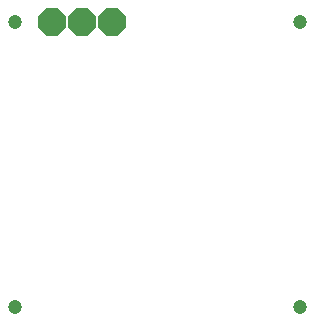
<source format=gbr>
G04 EAGLE Gerber RS-274X export*
G75*
%MOMM*%
%FSLAX34Y34*%
%LPD*%
%INSoldermask Bottom*%
%IPPOS*%
%AMOC8*
5,1,8,0,0,1.08239X$1,22.5*%
G01*
%ADD10C,1.203200*%
%ADD11P,2.556822X8X22.500000*%


D10*
X31750Y273050D03*
X31750Y31750D03*
X273050Y31750D03*
X273050Y273050D03*
D11*
X63500Y273050D03*
X88900Y273050D03*
X114300Y273050D03*
M02*

</source>
